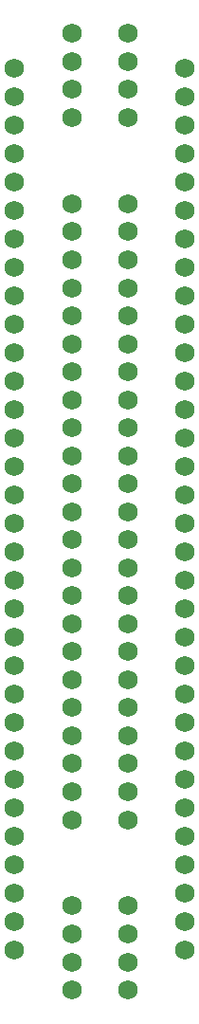
<source format=gbs>
G04 #@! TF.FileFunction,Soldermask,Bot*
%FSLAX46Y46*%
G04 Gerber Fmt 4.6, Leading zero omitted, Abs format (unit mm)*
G04 Created by KiCad (PCBNEW 4.0.7-e2-6376~58~ubuntu16.04.1) date Thu Feb  1 20:28:21 2018*
%MOMM*%
%LPD*%
G01*
G04 APERTURE LIST*
%ADD10C,0.177800*%
%ADD11C,1.727200*%
G04 APERTURE END LIST*
D10*
D11*
X133093940Y-66423880D03*
X133093940Y-68963880D03*
X133093940Y-71503880D03*
X133093940Y-74043880D03*
X133093940Y-76583880D03*
X133093940Y-79123880D03*
X133093940Y-81663880D03*
X133093940Y-84203880D03*
X133093940Y-86743880D03*
X133093940Y-89283880D03*
X133093940Y-91823880D03*
X133093940Y-94363880D03*
X133093940Y-96903880D03*
X133093940Y-99443880D03*
X133093940Y-101983880D03*
X133093940Y-104523880D03*
X133093940Y-107063880D03*
X133093940Y-109603880D03*
X133093940Y-112143880D03*
X133093940Y-114683880D03*
X133093940Y-117223880D03*
X133093940Y-119763880D03*
X133093940Y-122303880D03*
X133093940Y-124843880D03*
X133093940Y-127383880D03*
X133093940Y-129923880D03*
X133093940Y-132463880D03*
X133093940Y-135003880D03*
X133093940Y-137543880D03*
X133093940Y-140083880D03*
X133093940Y-142623880D03*
X133093940Y-145163880D03*
X148333940Y-145163880D03*
X148333940Y-142623880D03*
X148333940Y-140083880D03*
X148333940Y-137543880D03*
X148333940Y-135003880D03*
X148333940Y-132463880D03*
X148333940Y-129923880D03*
X148333940Y-127383880D03*
X148333940Y-124843880D03*
X148333940Y-122303880D03*
X148333940Y-119763880D03*
X148333940Y-117223880D03*
X148333940Y-114683880D03*
X148333940Y-112143880D03*
X148333940Y-109603880D03*
X148333940Y-107063880D03*
X148333940Y-104523880D03*
X148333940Y-101983880D03*
X148333940Y-99443880D03*
X148333940Y-96903880D03*
X148333940Y-94363880D03*
X148333940Y-91823880D03*
X148333940Y-89283880D03*
X148333940Y-86743880D03*
X148333940Y-84203880D03*
X148333940Y-81663880D03*
X148333940Y-79123880D03*
X148333940Y-76583880D03*
X148333940Y-74043880D03*
X148333940Y-71503880D03*
X148333940Y-68963880D03*
X148333940Y-66423880D03*
X143203940Y-148741880D03*
X143203940Y-146241880D03*
X143203940Y-143741880D03*
X143203940Y-141241880D03*
X143203940Y-133541880D03*
X143203940Y-131041880D03*
X143203940Y-128541880D03*
X143203940Y-126041880D03*
X143203940Y-123541880D03*
X143203940Y-121041880D03*
X143203940Y-118541880D03*
X143203940Y-116041880D03*
X143203940Y-113541880D03*
X143203940Y-111041880D03*
X143203940Y-108541880D03*
X143203940Y-106041880D03*
X143203940Y-103541880D03*
X143203940Y-101041880D03*
X143203940Y-98541880D03*
X143203940Y-96041880D03*
X143203940Y-93541880D03*
X143203940Y-91041880D03*
X143203940Y-88541880D03*
X143203940Y-86041880D03*
X143203940Y-83541880D03*
X143203940Y-81041880D03*
X143203940Y-78541880D03*
X143203940Y-70841880D03*
X143203940Y-68341880D03*
X143203940Y-65841880D03*
X143203940Y-63341880D03*
X138203940Y-63341880D03*
X138203940Y-65841880D03*
X138203940Y-68341880D03*
X138203940Y-70841880D03*
X138203940Y-78541880D03*
X138203940Y-81041880D03*
X138203940Y-83541880D03*
X138203940Y-86041880D03*
X138203940Y-88541880D03*
X138203940Y-91041880D03*
X138203940Y-93541880D03*
X138203940Y-96041880D03*
X138203940Y-98541880D03*
X138203940Y-101041880D03*
X138203940Y-103541880D03*
X138203940Y-106041880D03*
X138203940Y-108541880D03*
X138203940Y-111041880D03*
X138203940Y-113541880D03*
X138203940Y-116041880D03*
X138203940Y-118541880D03*
X138203940Y-121041880D03*
X138203940Y-123541880D03*
X138203940Y-126041880D03*
X138203940Y-128541880D03*
X138203940Y-131041880D03*
X138203940Y-133541880D03*
X138203940Y-141241880D03*
X138203940Y-143741880D03*
X138203940Y-146241880D03*
X138203940Y-148741880D03*
M02*

</source>
